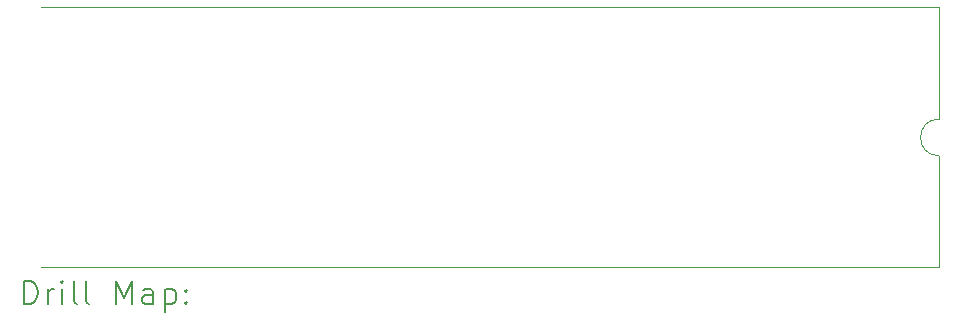
<source format=gbr>
%FSLAX45Y45*%
G04 Gerber Fmt 4.5, Leading zero omitted, Abs format (unit mm)*
G04 Created by KiCad (PCBNEW (6.0.5)) date 2022-10-29 18:05:32*
%MOMM*%
%LPD*%
G01*
G04 APERTURE LIST*
%TA.AperFunction,Profile*%
%ADD10C,0.050000*%
%TD*%
%ADD11C,0.200000*%
G04 APERTURE END LIST*
D10*
X10162500Y-11100000D02*
X17762500Y-11100000D01*
X17762500Y-11100000D02*
X17762500Y-10155000D01*
X17762500Y-9845000D02*
X17762500Y-8900000D01*
X17762500Y-8900000D02*
X10162500Y-8900000D01*
X17762500Y-9845000D02*
G75*
G03*
X17762500Y-10155000I0J-155000D01*
G01*
D11*
X10017619Y-11412976D02*
X10017619Y-11212976D01*
X10065238Y-11212976D01*
X10093810Y-11222500D01*
X10112857Y-11241548D01*
X10122381Y-11260595D01*
X10131905Y-11298690D01*
X10131905Y-11327262D01*
X10122381Y-11365357D01*
X10112857Y-11384405D01*
X10093810Y-11403452D01*
X10065238Y-11412976D01*
X10017619Y-11412976D01*
X10217619Y-11412976D02*
X10217619Y-11279643D01*
X10217619Y-11317738D02*
X10227143Y-11298690D01*
X10236667Y-11289167D01*
X10255714Y-11279643D01*
X10274762Y-11279643D01*
X10341429Y-11412976D02*
X10341429Y-11279643D01*
X10341429Y-11212976D02*
X10331905Y-11222500D01*
X10341429Y-11232024D01*
X10350952Y-11222500D01*
X10341429Y-11212976D01*
X10341429Y-11232024D01*
X10465238Y-11412976D02*
X10446190Y-11403452D01*
X10436667Y-11384405D01*
X10436667Y-11212976D01*
X10570000Y-11412976D02*
X10550952Y-11403452D01*
X10541429Y-11384405D01*
X10541429Y-11212976D01*
X10798571Y-11412976D02*
X10798571Y-11212976D01*
X10865238Y-11355833D01*
X10931905Y-11212976D01*
X10931905Y-11412976D01*
X11112857Y-11412976D02*
X11112857Y-11308214D01*
X11103333Y-11289167D01*
X11084286Y-11279643D01*
X11046190Y-11279643D01*
X11027143Y-11289167D01*
X11112857Y-11403452D02*
X11093810Y-11412976D01*
X11046190Y-11412976D01*
X11027143Y-11403452D01*
X11017619Y-11384405D01*
X11017619Y-11365357D01*
X11027143Y-11346309D01*
X11046190Y-11336786D01*
X11093810Y-11336786D01*
X11112857Y-11327262D01*
X11208095Y-11279643D02*
X11208095Y-11479643D01*
X11208095Y-11289167D02*
X11227143Y-11279643D01*
X11265238Y-11279643D01*
X11284286Y-11289167D01*
X11293809Y-11298690D01*
X11303333Y-11317738D01*
X11303333Y-11374881D01*
X11293809Y-11393928D01*
X11284286Y-11403452D01*
X11265238Y-11412976D01*
X11227143Y-11412976D01*
X11208095Y-11403452D01*
X11389048Y-11393928D02*
X11398571Y-11403452D01*
X11389048Y-11412976D01*
X11379524Y-11403452D01*
X11389048Y-11393928D01*
X11389048Y-11412976D01*
X11389048Y-11289167D02*
X11398571Y-11298690D01*
X11389048Y-11308214D01*
X11379524Y-11298690D01*
X11389048Y-11289167D01*
X11389048Y-11308214D01*
M02*

</source>
